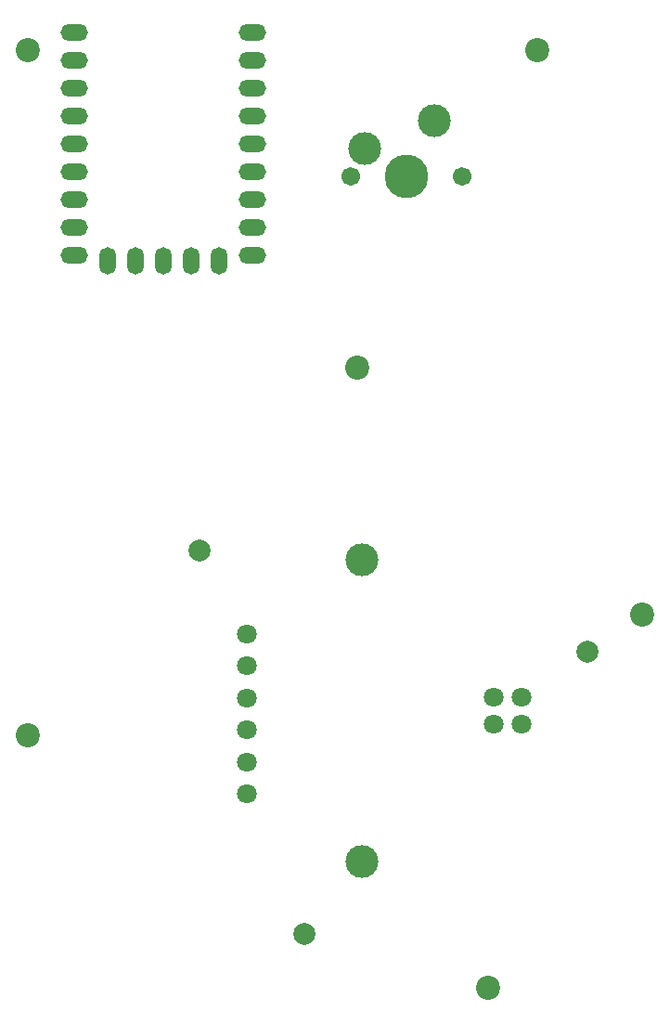
<source format=gbr>
%TF.GenerationSoftware,KiCad,Pcbnew,8.0.7*%
%TF.CreationDate,2025-01-02T13:50:35-06:00*%
%TF.ProjectId,fuckball,6675636b-6261-46c6-9c2e-6b696361645f,rev?*%
%TF.SameCoordinates,Original*%
%TF.FileFunction,Soldermask,Top*%
%TF.FilePolarity,Negative*%
%FSLAX46Y46*%
G04 Gerber Fmt 4.6, Leading zero omitted, Abs format (unit mm)*
G04 Created by KiCad (PCBNEW 8.0.7) date 2025-01-02 13:50:35*
%MOMM*%
%LPD*%
G01*
G04 APERTURE LIST*
%ADD10C,3.000000*%
%ADD11C,1.800000*%
%ADD12C,2.200000*%
%ADD13C,2.000000*%
%ADD14C,1.701800*%
%ADD15C,3.987800*%
%ADD16O,2.500000X1.500000*%
%ADD17O,1.500000X2.500000*%
G04 APERTURE END LIST*
D10*
%TO.C,PMW3389*%
X195000000Y-87500000D03*
X195000000Y-115000000D03*
D11*
X207000000Y-102500000D03*
X207000000Y-100000000D03*
X209500000Y-102500000D03*
X209500000Y-100000000D03*
X184500000Y-94241596D03*
X184500000Y-97161064D03*
X184500000Y-100080532D03*
X184500000Y-103000000D03*
X184500000Y-105919468D03*
X184500000Y-108838936D03*
%TD*%
D12*
%TO.C,REF\u002A\u002A*%
X220500000Y-92500000D03*
%TD*%
%TO.C,REF\u002A\u002A*%
X164500000Y-41000000D03*
%TD*%
D13*
%TO.C,Aball_Frame_34MM2*%
X189696699Y-121652543D03*
X180150758Y-86650758D03*
X215506097Y-95843146D03*
%TD*%
D12*
%TO.C,REF\u002A\u002A*%
X194500000Y-70000000D03*
%TD*%
%TO.C,REF\u002A\u002A*%
X164500000Y-103500000D03*
%TD*%
%TO.C,REF\u002A\u002A*%
X211000000Y-41000000D03*
%TD*%
%TO.C,REF\u002A\u002A*%
X206500000Y-126500000D03*
%TD*%
D14*
%TO.C,MX_Hotswap1*%
X204080000Y-52500000D03*
D10*
X201540000Y-47420000D03*
D15*
X199000000Y-52500000D03*
D10*
X195190000Y-49960000D03*
D14*
X193920000Y-52500000D03*
%TD*%
D16*
%TO.C,U1*%
X168760000Y-39420000D03*
X168760000Y-41960000D03*
X168760000Y-44500000D03*
X168760000Y-47040000D03*
X185000000Y-44500000D03*
X168760000Y-49580000D03*
X168760000Y-52120000D03*
X185000000Y-39420000D03*
X168760000Y-54660000D03*
X168760000Y-57200000D03*
X168760000Y-59740000D03*
D17*
X171800000Y-60240000D03*
X174340000Y-60240000D03*
X176880000Y-60240000D03*
X179420000Y-60240000D03*
X181960000Y-60240000D03*
D16*
X185000000Y-59740000D03*
X185000000Y-57200000D03*
X185000000Y-54660000D03*
X185000000Y-52120000D03*
X185000000Y-49580000D03*
X185000000Y-47040000D03*
X185000000Y-41960000D03*
%TD*%
M02*

</source>
